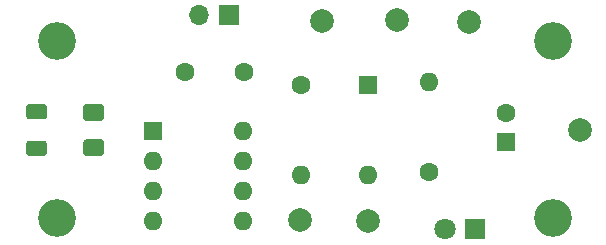
<source format=gbr>
%TF.GenerationSoftware,KiCad,Pcbnew,5.1.9-73d0e3b20d~88~ubuntu20.04.1*%
%TF.CreationDate,2021-03-24T21:29:24+01:00*%
%TF.ProjectId,10_KiCad_WCP,31305f4b-6943-4616-945f-5743502e6b69,rev?*%
%TF.SameCoordinates,Original*%
%TF.FileFunction,Soldermask,Top*%
%TF.FilePolarity,Negative*%
%FSLAX46Y46*%
G04 Gerber Fmt 4.6, Leading zero omitted, Abs format (unit mm)*
G04 Created by KiCad (PCBNEW 5.1.9-73d0e3b20d~88~ubuntu20.04.1) date 2021-03-24 21:29:24*
%MOMM*%
%LPD*%
G01*
G04 APERTURE LIST*
%ADD10O,1.600000X1.600000*%
%ADD11C,1.600000*%
%ADD12C,2.000000*%
%ADD13C,1.800000*%
%ADD14R,1.800000X1.800000*%
%ADD15R,1.600000X1.600000*%
%ADD16O,1.700000X1.700000*%
%ADD17R,1.700000X1.700000*%
%ADD18C,3.200000*%
G04 APERTURE END LIST*
D10*
%TO.C,R2*%
X86614000Y-56388000D03*
D11*
X86614000Y-48768000D03*
%TD*%
D12*
%TO.C,TP6*%
X92354400Y-60299600D03*
%TD*%
%TO.C,TP5*%
X86537800Y-60147200D03*
%TD*%
%TO.C,TP4*%
X110236000Y-52578000D03*
%TD*%
%TO.C,TP3*%
X94742000Y-43243500D03*
%TD*%
%TO.C,TP2*%
X88392000Y-43307000D03*
%TD*%
%TO.C,TP1*%
X100838000Y-43434000D03*
%TD*%
%TO.C,R1*%
G36*
G01*
X64887000Y-51678000D02*
X63637000Y-51678000D01*
G75*
G02*
X63387000Y-51428000I0J250000D01*
G01*
X63387000Y-50628000D01*
G75*
G02*
X63637000Y-50378000I250000J0D01*
G01*
X64887000Y-50378000D01*
G75*
G02*
X65137000Y-50628000I0J-250000D01*
G01*
X65137000Y-51428000D01*
G75*
G02*
X64887000Y-51678000I-250000J0D01*
G01*
G37*
G36*
G01*
X64887000Y-54778000D02*
X63637000Y-54778000D01*
G75*
G02*
X63387000Y-54528000I0J250000D01*
G01*
X63387000Y-53728000D01*
G75*
G02*
X63637000Y-53478000I250000J0D01*
G01*
X64887000Y-53478000D01*
G75*
G02*
X65137000Y-53728000I0J-250000D01*
G01*
X65137000Y-54528000D01*
G75*
G02*
X64887000Y-54778000I-250000J0D01*
G01*
G37*
%TD*%
D13*
%TO.C,D3*%
X98856800Y-60909200D03*
D14*
X101396800Y-60909200D03*
%TD*%
D10*
%TO.C,R3*%
X97472500Y-48514000D03*
D11*
X97472500Y-56134000D03*
%TD*%
D10*
%TO.C,U1*%
X81737200Y-52679600D03*
X74117200Y-60299600D03*
X81737200Y-55219600D03*
X74117200Y-57759600D03*
X81737200Y-57759600D03*
X74117200Y-55219600D03*
X81737200Y-60299600D03*
D15*
X74117200Y-52679600D03*
%TD*%
D16*
%TO.C,J1*%
X78028800Y-42849800D03*
D17*
X80568800Y-42849800D03*
%TD*%
D10*
%TO.C,D2*%
X92329000Y-56388000D03*
D15*
X92329000Y-48768000D03*
%TD*%
%TO.C,LED1*%
G36*
G01*
X69713000Y-51803000D02*
X68463000Y-51803000D01*
G75*
G02*
X68213000Y-51553000I0J250000D01*
G01*
X68213000Y-50628000D01*
G75*
G02*
X68463000Y-50378000I250000J0D01*
G01*
X69713000Y-50378000D01*
G75*
G02*
X69963000Y-50628000I0J-250000D01*
G01*
X69963000Y-51553000D01*
G75*
G02*
X69713000Y-51803000I-250000J0D01*
G01*
G37*
G36*
G01*
X69713000Y-54778000D02*
X68463000Y-54778000D01*
G75*
G02*
X68213000Y-54528000I0J250000D01*
G01*
X68213000Y-53603000D01*
G75*
G02*
X68463000Y-53353000I250000J0D01*
G01*
X69713000Y-53353000D01*
G75*
G02*
X69963000Y-53603000I0J-250000D01*
G01*
X69963000Y-54528000D01*
G75*
G02*
X69713000Y-54778000I-250000J0D01*
G01*
G37*
%TD*%
D11*
%TO.C,C2*%
X104013000Y-51094000D03*
D15*
X104013000Y-53594000D03*
%TD*%
D11*
%TO.C,C1*%
X76813400Y-47625000D03*
X81813400Y-47625000D03*
%TD*%
D18*
%TO.C,REF\u002A\u002A*%
X108000000Y-45000000D03*
%TD*%
%TO.C,REF\u002A\u002A*%
X108000000Y-60000000D03*
%TD*%
%TO.C,REF\u002A\u002A*%
X66000000Y-60000000D03*
%TD*%
%TO.C,REF\u002A\u002A*%
X66000000Y-45000000D03*
%TD*%
M02*

</source>
